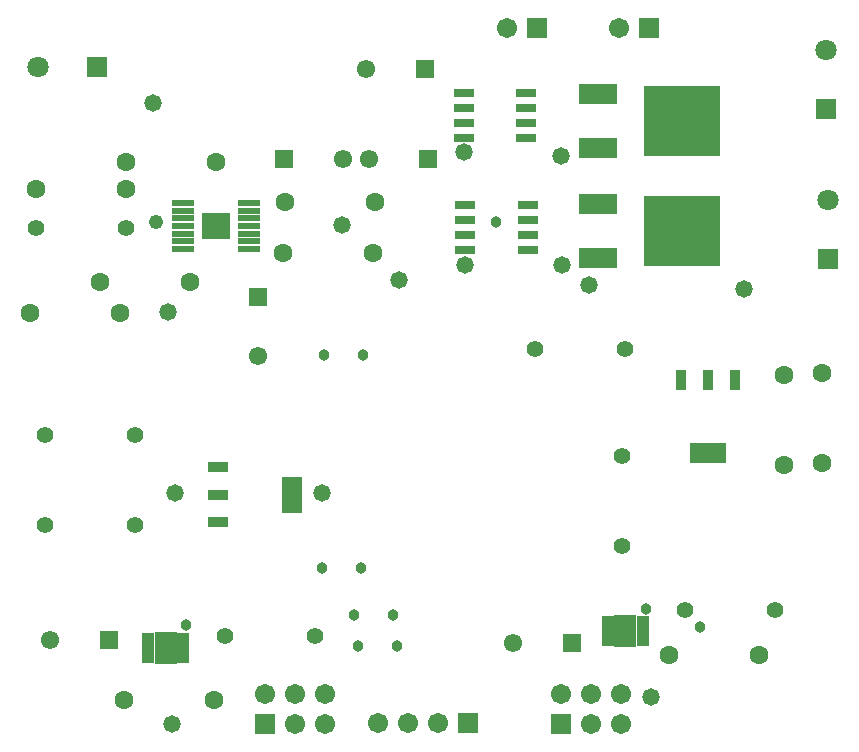
<source format=gts>
G04*
G04 #@! TF.GenerationSoftware,Altium Limited,Altium Designer,19.1.8 (144)*
G04*
G04 Layer_Color=8388736*
%FSLAX25Y25*%
%MOIN*%
G70*
G01*
G75*
%ADD14R,0.03500X0.06950*%
%ADD15R,0.12400X0.06950*%
%ADD16R,0.06950X0.03500*%
%ADD17R,0.06950X0.12400*%
%ADD24R,0.25210X0.23635*%
%ADD25R,0.12611X0.07099*%
%ADD26R,0.07100X0.02900*%
%ADD27R,0.07400X0.02200*%
%ADD28R,0.09700X0.09100*%
%ADD29R,0.07700X0.10600*%
%ADD30R,0.04000X0.02000*%
%ADD31C,0.06706*%
%ADD32R,0.06706X0.06706*%
%ADD33R,0.07099X0.07099*%
%ADD34C,0.07099*%
%ADD35C,0.06115*%
%ADD36R,0.06115X0.06115*%
%ADD37C,0.06312*%
%ADD38R,0.06115X0.06115*%
%ADD39C,0.05524*%
%ADD40R,0.07099X0.07099*%
%ADD41C,0.05800*%
%ADD42C,0.03800*%
%ADD43C,0.04800*%
D14*
X274600Y125275D02*
D03*
X265500D02*
D03*
X256400D02*
D03*
D15*
X265500Y100725D02*
D03*
D16*
X102225Y96100D02*
D03*
Y87000D02*
D03*
Y77900D02*
D03*
D17*
X126775Y87000D02*
D03*
D24*
X257000Y175000D02*
D03*
Y211500D02*
D03*
D25*
X228732Y166000D02*
D03*
Y184000D02*
D03*
Y220500D02*
D03*
Y202500D02*
D03*
D26*
X205450Y183500D02*
D03*
Y178500D02*
D03*
Y173500D02*
D03*
Y168500D02*
D03*
X184550D02*
D03*
Y173500D02*
D03*
Y178500D02*
D03*
Y183500D02*
D03*
X204950Y221000D02*
D03*
Y216000D02*
D03*
Y211000D02*
D03*
Y206000D02*
D03*
X184050D02*
D03*
Y211000D02*
D03*
Y216000D02*
D03*
Y221000D02*
D03*
D27*
X90400Y184177D02*
D03*
Y181618D02*
D03*
Y179059D02*
D03*
Y176500D02*
D03*
Y173941D02*
D03*
Y171382D02*
D03*
Y168823D02*
D03*
X112600Y168823D02*
D03*
Y171382D02*
D03*
Y173941D02*
D03*
Y176500D02*
D03*
Y179059D02*
D03*
Y181618D02*
D03*
Y184177D02*
D03*
D28*
X101500Y176500D02*
D03*
D29*
X238000Y41500D02*
D03*
X84700Y35937D02*
D03*
D30*
X243700Y45437D02*
D03*
Y43468D02*
D03*
Y41500D02*
D03*
Y39531D02*
D03*
Y37563D02*
D03*
X232300D02*
D03*
Y39531D02*
D03*
Y41500D02*
D03*
Y43468D02*
D03*
Y45437D02*
D03*
X90400Y39874D02*
D03*
Y37905D02*
D03*
Y35937D02*
D03*
Y33968D02*
D03*
Y32000D02*
D03*
X79000D02*
D03*
Y33968D02*
D03*
Y35937D02*
D03*
Y37905D02*
D03*
Y39874D02*
D03*
D31*
X155500Y11000D02*
D03*
X165500D02*
D03*
X175500D02*
D03*
X118000Y20500D02*
D03*
X128000Y10500D02*
D03*
Y20500D02*
D03*
X138000Y10500D02*
D03*
Y20500D02*
D03*
X236000Y242500D02*
D03*
X216500Y20500D02*
D03*
X226500Y10500D02*
D03*
Y20500D02*
D03*
X236500Y10500D02*
D03*
Y20500D02*
D03*
X198500Y242500D02*
D03*
D32*
X185500Y11000D02*
D03*
X118000Y10500D02*
D03*
X246000Y242500D02*
D03*
X216500Y10500D02*
D03*
X208500Y242500D02*
D03*
D33*
X305500Y165657D02*
D03*
X305000Y215657D02*
D03*
D34*
X305500Y185343D02*
D03*
X305000Y235343D02*
D03*
X42158Y229500D02*
D03*
D35*
X152657Y199000D02*
D03*
X200658Y37500D02*
D03*
X46158Y38500D02*
D03*
X115500Y133158D02*
D03*
X151657Y229000D02*
D03*
X143842Y199000D02*
D03*
D36*
X172343D02*
D03*
X220342Y37500D02*
D03*
X65842Y38500D02*
D03*
X171343Y229000D02*
D03*
X124158Y199000D02*
D03*
D37*
X252500Y33500D02*
D03*
X282500D02*
D03*
X69500Y147500D02*
D03*
X39500D02*
D03*
X124000Y167500D02*
D03*
X154000D02*
D03*
X124500Y184500D02*
D03*
X154500D02*
D03*
X101500Y198000D02*
D03*
X71500D02*
D03*
X93000Y158000D02*
D03*
X63000D02*
D03*
X71500Y189000D02*
D03*
X41500D02*
D03*
X291000Y97000D02*
D03*
Y127000D02*
D03*
X303500Y127500D02*
D03*
Y97500D02*
D03*
X71000Y18500D02*
D03*
X101000D02*
D03*
D38*
X115500Y152842D02*
D03*
D39*
X71500Y176000D02*
D03*
X41500D02*
D03*
X238000Y135500D02*
D03*
X208000D02*
D03*
X237000Y70000D02*
D03*
Y100000D02*
D03*
X74500Y77000D02*
D03*
X44500D02*
D03*
X74500Y107000D02*
D03*
X44500D02*
D03*
X258000Y48500D02*
D03*
X288000D02*
D03*
X104500Y40000D02*
D03*
X134500D02*
D03*
D40*
X61843Y229500D02*
D03*
D41*
X246500Y19500D02*
D03*
X87000Y10500D02*
D03*
X80500Y217500D02*
D03*
X85500Y148000D02*
D03*
X143500Y177000D02*
D03*
X277500Y155500D02*
D03*
X137000Y87500D02*
D03*
X226000Y157000D02*
D03*
X184050Y201050D02*
D03*
X217000Y163500D02*
D03*
X216500Y200000D02*
D03*
X184500Y163500D02*
D03*
X162500Y158500D02*
D03*
X88000Y87500D02*
D03*
D42*
X149000Y36500D02*
D03*
X162000D02*
D03*
X147500Y47000D02*
D03*
X160500D02*
D03*
X137000Y62500D02*
D03*
X150000D02*
D03*
X150500Y133500D02*
D03*
X137500D02*
D03*
X263000Y43000D02*
D03*
X195000Y178000D02*
D03*
X91500Y43500D02*
D03*
X245000Y48874D02*
D03*
D43*
X81500Y178000D02*
D03*
M02*

</source>
